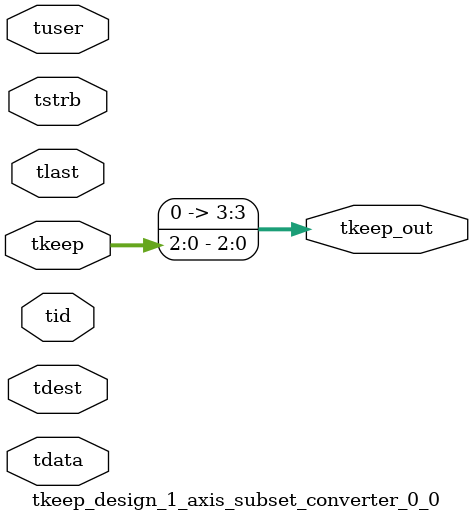
<source format=v>


`timescale 1ps/1ps

module tkeep_design_1_axis_subset_converter_0_0 #
(
parameter C_S_AXIS_TDATA_WIDTH = 32,
parameter C_S_AXIS_TUSER_WIDTH = 0,
parameter C_S_AXIS_TID_WIDTH   = 0,
parameter C_S_AXIS_TDEST_WIDTH = 0,
parameter C_M_AXIS_TDATA_WIDTH = 32
)
(
input  [(C_S_AXIS_TDATA_WIDTH == 0 ? 1 : C_S_AXIS_TDATA_WIDTH)-1:0     ] tdata,
input  [(C_S_AXIS_TUSER_WIDTH == 0 ? 1 : C_S_AXIS_TUSER_WIDTH)-1:0     ] tuser,
input  [(C_S_AXIS_TID_WIDTH   == 0 ? 1 : C_S_AXIS_TID_WIDTH)-1:0       ] tid,
input  [(C_S_AXIS_TDEST_WIDTH == 0 ? 1 : C_S_AXIS_TDEST_WIDTH)-1:0     ] tdest,
input  [(C_S_AXIS_TDATA_WIDTH/8)-1:0 ] tkeep,
input  [(C_S_AXIS_TDATA_WIDTH/8)-1:0 ] tstrb,
input                                                                    tlast,
output [(C_M_AXIS_TDATA_WIDTH/8)-1:0 ] tkeep_out
);

assign tkeep_out = {tkeep[2:0]};

endmodule


</source>
